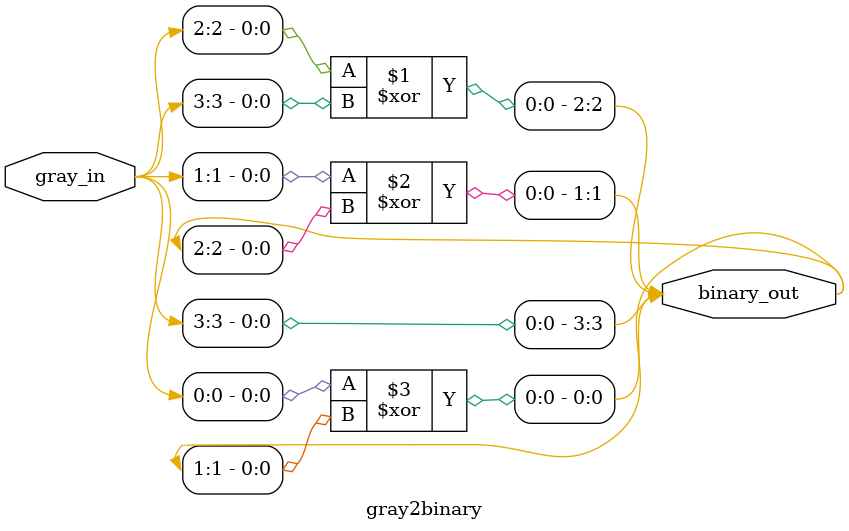
<source format=v>

`timescale 1ns / 1ps

module gray2binary(
    input [3:0] gray_in,
    output [3:0] binary_out
    );
    
    buf buf1(binary_out[3],gray_in[3]);
    
    xor xor1(binary_out[2],gray_in[2],binary_out[3]),
        xor2(binary_out[1],gray_in[1],binary_out[2]),
        xor3(binary_out[0],gray_in[0],binary_out[1]);
    
endmodule

</source>
